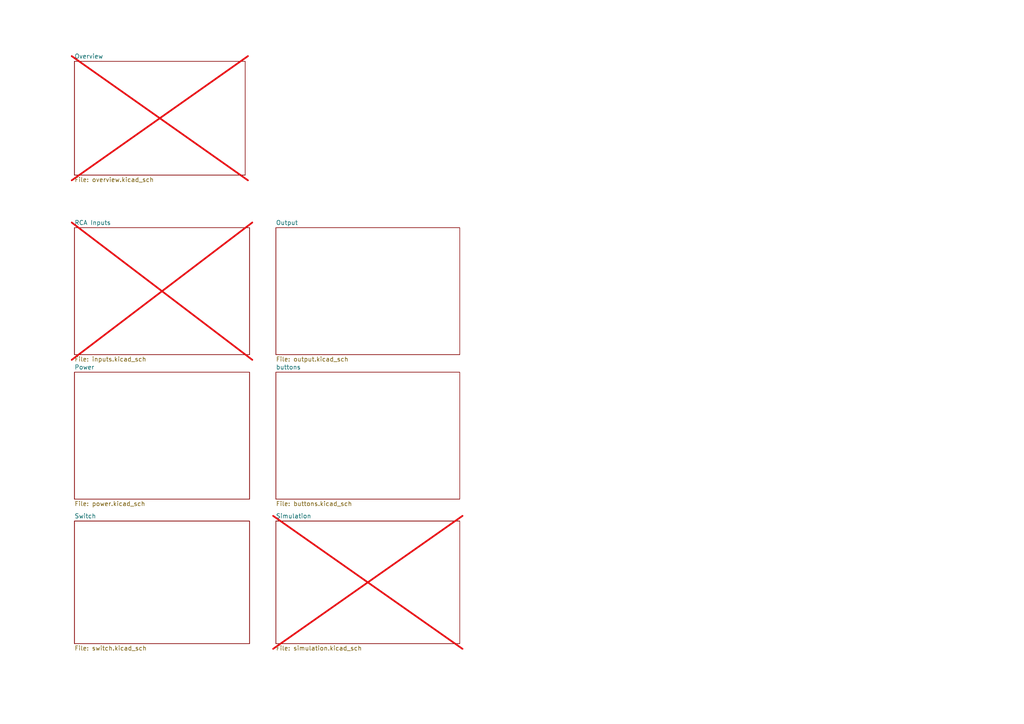
<source format=kicad_sch>
(kicad_sch
	(version 20250114)
	(generator "eeschema")
	(generator_version "9.0")
	(uuid "27d99f64-5b59-4054-806e-9fbbdd7153e5")
	(paper "A4")
	(lib_symbols)
	(sheet
		(at 21.59 17.78)
		(size 49.53 33.02)
		(exclude_from_sim yes)
		(in_bom no)
		(on_board no)
		(dnp yes)
		(fields_autoplaced yes)
		(stroke
			(width 0.1524)
			(type solid)
		)
		(fill
			(color 0 0 0 0.0000)
		)
		(uuid "08549ada-6868-4ac5-b6b2-0f32e0463b48")
		(property "Sheetname" "Overview"
			(at 21.59 17.0684 0)
			(effects
				(font
					(size 1.27 1.27)
				)
				(justify left bottom)
			)
		)
		(property "Sheetfile" "overview.kicad_sch"
			(at 21.59 51.3846 0)
			(effects
				(font
					(size 1.27 1.27)
				)
				(justify left top)
			)
		)
		(instances
			(project "avswitch"
				(path "/27d99f64-5b59-4054-806e-9fbbdd7153e5"
					(page "2")
				)
			)
		)
	)
	(sheet
		(at 21.59 66.04)
		(size 50.8 36.83)
		(exclude_from_sim yes)
		(in_bom no)
		(on_board no)
		(dnp yes)
		(fields_autoplaced yes)
		(stroke
			(width 0.1524)
			(type solid)
		)
		(fill
			(color 0 0 0 0.0000)
		)
		(uuid "0be7a910-3b00-4ba3-a9df-bd92f4868cf3")
		(property "Sheetname" "RCA Inputs"
			(at 21.59 65.3284 0)
			(effects
				(font
					(size 1.27 1.27)
				)
				(justify left bottom)
			)
		)
		(property "Sheetfile" "inputs.kicad_sch"
			(at 21.59 103.4546 0)
			(effects
				(font
					(size 1.27 1.27)
				)
				(justify left top)
			)
		)
		(instances
			(project "avswitch"
				(path "/27d99f64-5b59-4054-806e-9fbbdd7153e5"
					(page "3")
				)
			)
		)
	)
	(sheet
		(at 80.01 151.13)
		(size 53.34 35.56)
		(exclude_from_sim no)
		(in_bom no)
		(on_board no)
		(dnp yes)
		(fields_autoplaced yes)
		(stroke
			(width 0.1524)
			(type solid)
		)
		(fill
			(color 0 0 0 0.0000)
		)
		(uuid "11f1dc4d-d572-444d-82cb-b1131c8e8aa5")
		(property "Sheetname" "Simulation"
			(at 80.01 150.4184 0)
			(effects
				(font
					(size 1.27 1.27)
				)
				(justify left bottom)
			)
		)
		(property "Sheetfile" "simulation.kicad_sch"
			(at 80.01 187.2746 0)
			(effects
				(font
					(size 1.27 1.27)
				)
				(justify left top)
			)
		)
		(instances
			(project "avswitch"
				(path "/27d99f64-5b59-4054-806e-9fbbdd7153e5"
					(page "8")
				)
			)
		)
	)
	(sheet
		(at 80.01 66.04)
		(size 53.34 36.83)
		(exclude_from_sim yes)
		(in_bom yes)
		(on_board yes)
		(dnp no)
		(fields_autoplaced yes)
		(stroke
			(width 0.1524)
			(type solid)
		)
		(fill
			(color 0 0 0 0.0000)
		)
		(uuid "4990e361-696a-4bfd-a45a-44ed825fbcfd")
		(property "Sheetname" "Output"
			(at 80.01 65.3284 0)
			(effects
				(font
					(size 1.27 1.27)
				)
				(justify left bottom)
			)
		)
		(property "Sheetfile" "output.kicad_sch"
			(at 80.01 103.4546 0)
			(effects
				(font
					(size 1.27 1.27)
				)
				(justify left top)
			)
		)
		(instances
			(project "avswitch"
				(path "/27d99f64-5b59-4054-806e-9fbbdd7153e5"
					(page "6")
				)
			)
		)
	)
	(sheet
		(at 21.59 107.95)
		(size 50.8 36.83)
		(exclude_from_sim yes)
		(in_bom yes)
		(on_board yes)
		(dnp no)
		(fields_autoplaced yes)
		(stroke
			(width 0.1524)
			(type solid)
		)
		(fill
			(color 0 0 0 0.0000)
		)
		(uuid "981ec02f-e6ae-4b49-922d-4b48e01951cb")
		(property "Sheetname" "Power"
			(at 21.59 107.2384 0)
			(effects
				(font
					(size 1.27 1.27)
				)
				(justify left bottom)
			)
		)
		(property "Sheetfile" "power.kicad_sch"
			(at 21.59 145.3646 0)
			(effects
				(font
					(size 1.27 1.27)
				)
				(justify left top)
			)
		)
		(instances
			(project "avswitch"
				(path "/27d99f64-5b59-4054-806e-9fbbdd7153e5"
					(page "4")
				)
			)
		)
	)
	(sheet
		(at 21.59 151.13)
		(size 50.8 35.56)
		(exclude_from_sim yes)
		(in_bom yes)
		(on_board yes)
		(dnp no)
		(fields_autoplaced yes)
		(stroke
			(width 0.1524)
			(type solid)
		)
		(fill
			(color 0 0 0 0.0000)
		)
		(uuid "c1284241-b65d-4b10-93e0-c9e4a3c74400")
		(property "Sheetname" "Switch"
			(at 21.59 150.4184 0)
			(effects
				(font
					(size 1.27 1.27)
				)
				(justify left bottom)
			)
		)
		(property "Sheetfile" "switch.kicad_sch"
			(at 21.59 187.2746 0)
			(effects
				(font
					(size 1.27 1.27)
				)
				(justify left top)
			)
		)
		(instances
			(project "avswitch"
				(path "/27d99f64-5b59-4054-806e-9fbbdd7153e5"
					(page "5")
				)
			)
		)
	)
	(sheet
		(at 80.01 107.95)
		(size 53.34 36.83)
		(exclude_from_sim yes)
		(in_bom yes)
		(on_board yes)
		(dnp no)
		(fields_autoplaced yes)
		(stroke
			(width 0.1524)
			(type solid)
		)
		(fill
			(color 0 0 0 0.0000)
		)
		(uuid "cd0307b4-4503-4185-ab78-be813a4c5223")
		(property "Sheetname" "buttons"
			(at 80.01 107.2384 0)
			(effects
				(font
					(size 1.27 1.27)
				)
				(justify left bottom)
			)
		)
		(property "Sheetfile" "buttons.kicad_sch"
			(at 80.01 145.3646 0)
			(effects
				(font
					(size 1.27 1.27)
				)
				(justify left top)
			)
		)
		(instances
			(project "avswitch"
				(path "/27d99f64-5b59-4054-806e-9fbbdd7153e5"
					(page "7")
				)
			)
		)
	)
	(sheet_instances
		(path "/"
			(page "1")
		)
	)
	(embedded_fonts no)
)

</source>
